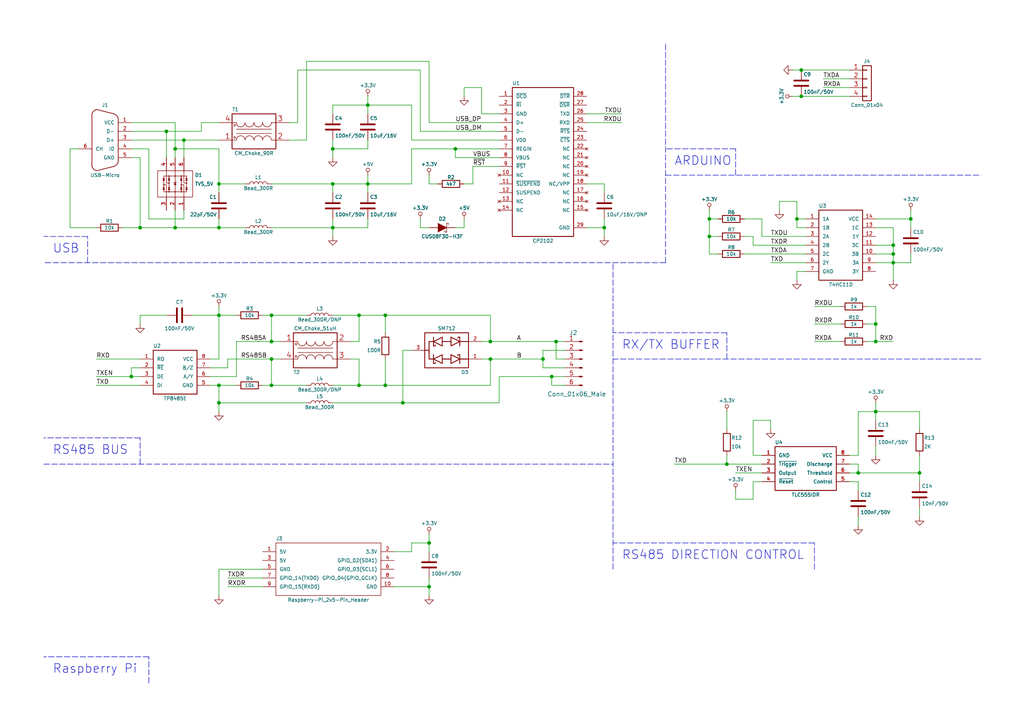
<source format=kicad_sch>
(kicad_sch (version 20211123) (generator eeschema)
  (paper "A4")
  (title_block (title "RS485 Hat") (date "2021-07-08") (rev "1"))
  (lib_symbols
    (symbol "Celebi:+3.3V" (power) (pin_names (offset 0))
      (property "Value" "Celebi_+3.3V" (at 0 3.175 0))
      (symbol "+3.3V_0_0"
        (pin power_in line (at 0 0 180) (length 0) hide (name "+3.3V") (number "1"))
      )
    )
    (symbol "Celebi:+5V" (power) (pin_names (offset 0))
      (property "Value" "Celebi_+5V" (at 0 3.175 0))
      (symbol "+5V_0_0"
        (pin power_in line (at 0 0 180) (length 0) hide (name "+5V") (number "1"))
      )
    )
    (symbol "Celebi:744231091" (pin_names (offset 1.016) hide)
      (property "Reference" "T" (at -6.35 6.35 0))
      (property "Value" "Celebi_744231091" (at 0 -6.35 0))
      (symbol "744231091_1_1"
        (pin passive line (at -10.16 -2.54 0) (length 5.08) (name "1") (number "1"))
        (pin passive line (at 10.16 -2.54 180) (length 5.08) (name "2") (number "2"))
        (pin passive line (at 10.16 2.54 180) (length 5.08) (name "3") (number "3"))
        (pin passive line (at -10.16 2.54 0) (length 5.08) (name "4") (number "4"))
      )
    )
    (symbol "Celebi:74HC11D" (pin_names (offset 1.016))
      (property "Reference" "U" (at -6.35 11.43 0))
      (property "Value" "Celebi_74HC11D" (at 0 -11.43 0))
      (symbol "74HC11D_1_1"
        (pin input line (at -10.16 7.62 0) (length 3.81) (name "1A") (number "1"))
        (pin input line (at 10.16 -2.54 180) (length 3.81) (name "3B") (number "10"))
        (pin input line (at 10.16 0 180) (length 3.81) (name "3C") (number "11"))
        (pin output line (at 10.16 2.54 180) (length 3.81) (name "1Y") (number "12"))
        (pin input line (at 10.16 5.08 180) (length 3.81) (name "1C") (number "13"))
        (pin power_in line (at 10.16 7.62 180) (length 3.81) (name "VCC") (number "14"))
        (pin input line (at -10.16 5.08 0) (length 3.81) (name "1B") (number "2"))
        (pin input line (at -10.16 2.54 0) (length 3.81) (name "2A") (number "3"))
        (pin input line (at -10.16 0 0) (length 3.81) (name "2B") (number "4"))
        (pin input line (at -10.16 -2.54 0) (length 3.81) (name "2C") (number "5"))
        (pin output line (at -10.16 -5.08 0) (length 3.81) (name "2Y") (number "6"))
        (pin power_in line (at -10.16 -7.62 0) (length 3.81) (name "GND") (number "7"))
        (pin output line (at 10.16 -7.62 180) (length 3.81) (name "3Y") (number "8"))
        (pin input line (at 10.16 -5.08 180) (length 3.81) (name "3A") (number "9"))
      )
    )
    (symbol "Celebi:824015" (pin_names (offset 0.0254) hide)
      (property "Reference" "D" (at -3.81 6.35 0))
      (property "Value" "Celebi_824015" (at 0 -6.35 0))
      (symbol "824015_1_1"
        (pin passive line (at -7.62 2.54 0) (length 3.81) (name "IO1") (number "1"))
        (pin power_in line (at -7.62 0 0) (length 3.81) (name "GND") (number "2"))
        (pin passive line (at -7.62 -2.54 0) (length 3.81) (name "IO2") (number "3"))
        (pin passive line (at 7.62 -2.54 180) (length 3.81) (name "IO3") (number "4"))
        (pin power_in line (at 7.62 0 180) (length 3.81) (name "VDD") (number "5"))
        (pin passive line (at 7.62 2.54 180) (length 3.81) (name "IO4") (number "6"))
      )
    )
    (symbol "Celebi:CP2102" (pin_names (offset 1.016))
      (property "Reference" "U" (at -8.89 22.86 0))
      (property "Value" "Celebi_CP2102" (at 0 -22.86 0))
      (symbol "CP2102_1_1"
        (pin input line (at -12.7 19.05 0) (length 3.81) (name "~{DCD}") (number "1"))
        (pin no_connect line (at -12.7 -3.81 0) (length 3.81) (name "NC") (number "10"))
        (pin output line (at -12.7 -6.35 0) (length 3.81) (name "~{SUSPEND}") (number "11"))
        (pin output line (at -12.7 -8.89 0) (length 3.81) (name "SUSPEND") (number "12"))
        (pin no_connect line (at -12.7 -11.43 0) (length 3.81) (name "NC") (number "13"))
        (pin no_connect line (at -12.7 -13.97 0) (length 3.81) (name "NC") (number "14"))
        (pin no_connect line (at 12.7 -13.97 180) (length 3.81) (name "NC") (number "15"))
        (pin no_connect line (at 12.7 -11.43 180) (length 3.81) (name "NC") (number "16"))
        (pin no_connect line (at 12.7 -8.89 180) (length 3.81) (name "NC") (number "17"))
        (pin power_in line (at 12.7 -6.35 180) (length 3.81) (name "NC/VPP") (number "18"))
        (pin no_connect line (at 12.7 -3.81 180) (length 3.81) (name "NC") (number "19"))
        (pin input line (at -12.7 16.51 0) (length 3.81) (name "~{RI}") (number "2"))
        (pin no_connect line (at 12.7 -1.27 180) (length 3.81) (name "NC") (number "20"))
        (pin no_connect line (at 12.7 1.27 180) (length 3.81) (name "NC") (number "21"))
        (pin no_connect line (at 12.7 3.81 180) (length 3.81) (name "NC") (number "22"))
        (pin input line (at 12.7 6.35 180) (length 3.81) (name "~{CTS}") (number "23"))
        (pin output line (at 12.7 8.89 180) (length 3.81) (name "~{RTS}") (number "24"))
        (pin input line (at 12.7 11.43 180) (length 3.81) (name "RXD") (number "25"))
        (pin output line (at 12.7 13.97 180) (length 3.81) (name "TXD") (number "26"))
        (pin input line (at 12.7 16.51 180) (length 3.81) (name "~{DSR}") (number "27"))
        (pin output line (at 12.7 19.05 180) (length 3.81) (name "~{DTR}") (number "28"))
        (pin power_in line (at 12.7 -19.05 180) (length 3.81) (name "GND") (number "29"))
        (pin power_in line (at -12.7 13.97 0) (length 3.81) (name "GND") (number "3"))
        (pin bidirectional line (at -12.7 11.43 0) (length 3.81) (name "D+") (number "4"))
        (pin bidirectional line (at -12.7 8.89 0) (length 3.81) (name "D-") (number "5"))
        (pin power_in line (at -12.7 6.35 0) (length 3.81) (name "VDD") (number "6"))
        (pin power_in line (at -12.7 3.81 0) (length 3.81) (name "REGIN") (number "7"))
        (pin input line (at -12.7 1.27 0) (length 3.81) (name "VBUS") (number "8"))
        (pin open_collector line (at -12.7 -1.27 0) (length 3.81) (name "~{RST}") (number "9"))
      )
    )
    (symbol "Celebi:Choke-CM-CNSW" (pin_names (offset 1.016) hide)
      (property "Reference" "T" (at -6.35 6.35 0))
      (property "Value" "Celebi_Choke-CM-CNSW" (at 0 -6.35 0))
      (symbol "Choke-CM-CNSW_1_1"
        (pin passive line (at -10.16 -2.54 0) (length 5.08) (name "1") (number "1"))
        (pin passive line (at 10.16 -2.54 180) (length 5.08) (name "2") (number "2"))
        (pin passive line (at 10.16 2.54 180) (length 5.08) (name "3") (number "3"))
        (pin passive line (at -10.16 2.54 0) (length 5.08) (name "4") (number "4"))
      )
    )
    (symbol "Celebi:Conn_01x04" (pin_names (offset 1.016) hide)
      (property "Reference" "J" (at 0 6.35 0))
      (property "Value" "Celebi_Conn_01x04" (at 0 -6.35 0))
      (symbol "Conn_01x04_1_1"
        (pin passive line (at -5.08 3.81 0) (length 3.81) (name "Pin_1") (number "1"))
        (pin passive line (at -5.08 1.27 0) (length 3.81) (name "Pin_2") (number "2"))
        (pin passive line (at -5.08 -1.27 0) (length 3.81) (name "Pin_3") (number "3"))
        (pin passive line (at -5.08 -3.81 0) (length 3.81) (name "Pin_4") (number "4"))
      )
    )
    (symbol "Celebi:Diode-Schottky" (pin_numbers hide) (pin_names (offset 1.016) hide)
      (property "Reference" "D" (at 0 2.54 0))
      (property "Value" "Celebi_Diode-Schottky" (at 0 -2.54 0))
      (symbol "Diode-Schottky_1_1"
        (pin passive line (at -3.81 0 0) (length 2.54) (name "A") (number "1"))
        (pin passive line (at 3.81 0 180) (length 2.54) (name "K") (number "2"))
      )
    )
    (symbol "Celebi:GND" (power) (pin_names (offset 0))
      (symbol "GND_1_1"
        (pin power_in line (at 0 0 180) (length 0) hide (name "GND") (number "1"))
      )
    )
    (symbol "Celebi:Raspberry-Pi4_Reverse_10P" (pin_names (offset 1.016))
      (property "Reference" "J" (at -15.24 8.89 0))
      (property "Value" "Celebi_Raspberry-Pi4_Reverse_10P" (at 0 -8.89 0))
      (symbol "Raspberry-Pi4_Reverse_10P_1_1"
        (pin power_in line (at -19.05 5.08 0) (length 3.81) (name "5V") (number "1"))
        (pin power_in line (at 19.05 -5.08 180) (length 3.81) (name "GND") (number "10"))
        (pin power_out line (at 19.05 5.08 180) (length 3.81) (name "3.3V") (number "2"))
        (pin power_in line (at -19.05 2.54 0) (length 3.81) (name "5V") (number "3"))
        (pin bidirectional line (at 19.05 2.54 180) (length 3.81) (name "GPIO_02(SDA1)") (number "4"))
        (pin bidirectional line (at -19.05 0 0) (length 3.81) (name "GND") (number "5"))
        (pin bidirectional line (at 19.05 0 180) (length 3.81) (name "GPIO_03(SCL1)") (number "6"))
        (pin bidirectional line (at -19.05 -2.54 0) (length 3.81) (name "GPIO_14(TXD0)") (number "7"))
        (pin bidirectional line (at 19.05 -2.54 180) (length 3.81) (name "GPIO_04(GPIO_GCLK)") (number "8"))
        (pin bidirectional line (at -19.05 -5.08 0) (length 3.81) (name "GPIO_15(RXD0)") (number "9"))
      )
    )
    (symbol "Celebi:SM712" (pin_names (offset 0.762) hide)
      (property "Reference" "D" (at -6.35 6.35 0))
      (property "Value" "Celebi_SM712" (at 0 -6.35 0))
      (symbol "SM712_0_1"
        (pin passive line (at -10.16 2.54 0) (length 3.81) (name "Anode") (number "1"))
        (pin passive line (at -10.16 -2.54 0) (length 3.81) (name "cathode") (number "2"))
        (pin passive line (at 10.16 0 180) (length 3.81) (name "AK") (number "3"))
      )
    )
    (symbol "Celebi:TLC555" (pin_names (offset 1.016))
      (property "Reference" "U" (at -8.89 7.62 0))
      (property "Value" "Celebi_TLC555" (at 0 -7.62 0))
      (property "Footprint" "Celebi:SOIC8" (at 8.89 7.62 0))
      (symbol "TLC555_1_1"
        (pin power_in line (at -12.7 3.81 0) (length 3.81) (name "GND") (number "1"))
        (pin input line (at -12.7 1.27 0) (length 3.81) (name "~{Trigger}") (number "2"))
        (pin output line (at -12.7 -1.27 0) (length 3.81) (name "Output") (number "3"))
        (pin input line (at -12.7 -3.81 0) (length 3.81) (name "~{Reset}") (number "4"))
        (pin input line (at 12.7 -3.81 180) (length 3.81) (name "Control") (number "5"))
        (pin input line (at 12.7 -1.27 180) (length 3.81) (name "Threshold") (number "6"))
        (pin output line (at 12.7 1.27 180) (length 3.81) (name "Discharge") (number "7"))
        (pin power_in line (at 12.7 3.81 180) (length 3.81) (name "VCC") (number "8"))
      )
    )
    (symbol "Celebi:TP8485E" (pin_names (offset 1.016))
      (property "Reference" "U" (at -6.35 7.62 0))
      (property "Value" "Celebi_TP8485E" (at 0 -7.62 0))
      (symbol "TP8485E_1_1"
        (pin output line (at -10.16 3.81 0) (length 3.81) (name "RO") (number "1"))
        (pin input line (at -10.16 1.27 0) (length 3.81) (name "~{RE}") (number "2"))
        (pin input line (at -10.16 -1.27 0) (length 3.81) (name "DE") (number "3"))
        (pin input line (at -10.16 -3.81 0) (length 3.81) (name "DI") (number "4"))
        (pin power_in line (at 10.16 -3.81 180) (length 3.81) (name "GND") (number "5"))
        (pin bidirectional line (at 10.16 -1.27 180) (length 3.81) (name "A/Y") (number "6"))
        (pin bidirectional line (at 10.16 1.27 180) (length 3.81) (name "B/Z") (number "7"))
        (pin power_in line (at 10.16 3.81 180) (length 3.81) (name "VCC") (number "8"))
      )
    )
    (symbol "Celebi:USB-Micro" (pin_names (offset 1.016))
      (property "Reference" "J" (at 0 10.16 0))
      (property "Value" "Celebi_USB-Micro" (at 0 -10.16 0))
      (symbol "USB-Micro_1_1"
        (pin passive line (at -7.62 5.08 0) (length 3.81) (name "VCC") (number "1"))
        (pin passive line (at -7.62 2.54 0) (length 3.81) (name "D-") (number "2"))
        (pin passive line (at -7.62 0 0) (length 3.81) (name "D+") (number "3"))
        (pin passive line (at -7.62 -2.54 0) (length 3.81) (name "ID") (number "4"))
        (pin passive line (at -7.62 -5.08 0) (length 3.81) (name "GND") (number "5"))
        (pin passive line (at 7.62 -2.54 180) (length 3.81) (name "CH") (number "6"))
      )
    )
    (symbol "Celebi:capacitor" (pin_numbers hide) (pin_names (offset 1.016))
      (property "Reference" "C" (at 0 3.175 0))
      (property "Value" "Celebi_capacitor" (at 0 -3.175 0))
      (symbol "capacitor_1_1"
        (pin passive line (at -3.81 0 0) (length 2.794) (name "~") (number "1"))
        (pin passive line (at 3.81 0 180) (length 2.794) (name "~") (number "2"))
      )
    )
    (symbol "Celebi:inductor" (pin_numbers hide) (pin_names (offset 1.016) hide)
      (property "Reference" "L" (at 0 1.905 0))
      (property "Value" "Celebi_inductor" (at 0 -1.27 0))
      (symbol "inductor_1_1"
        (pin passive line (at -3.81 0 0) (length 1.27) (name "1") (number "1"))
        (pin passive line (at 3.81 0 180) (length 1.27) (name "2") (number "2"))
      )
    )
    (symbol "Celebi:resistor" (pin_numbers hide) (pin_names (offset 0))
      (property "Reference" "R" (at 0 1.905 0))
      (property "Value" "Celebi_resistor" (at 0 0 0))
      (symbol "resistor_1_1"
        (pin passive line (at -3.81 0 0) (length 1.27) (name "~") (number "1"))
        (pin passive line (at 3.81 0 180) (length 1.27) (name "~") (number "2"))
      )
    )
    (symbol "Connector:Conn_01x06_Male" (pin_names (offset 1.016) hide)
      (property "Reference" "J" (at 0 7.62 0))
      (property "Value" "Conn_01x06_Male" (at 0 -10.16 0))
      (symbol "Conn_01x06_Male_1_1"
        (pin passive line (at 5.08 5.08 180) (length 3.81) (name "Pin_1") (number "1"))
        (pin passive line (at 5.08 2.54 180) (length 3.81) (name "Pin_2") (number "2"))
        (pin passive line (at 5.08 0 180) (length 3.81) (name "Pin_3") (number "3"))
        (pin passive line (at 5.08 -2.54 180) (length 3.81) (name "Pin_4") (number "4"))
        (pin passive line (at 5.08 -5.08 180) (length 3.81) (name "Pin_5") (number "5"))
        (pin passive line (at 5.08 -7.62 180) (length 3.81) (name "Pin_6") (number "6"))
      )
    )
  )
  (junction (at 210.82 134.62))
  (junction (at 254 99.06))
  (junction (at 205.74 63.5))
  (junction (at 63.5 53.34))
  (junction (at 63.5 91.44))
  (junction (at 116.84 116.84))
  (junction (at 124.46 157.48))
  (junction (at 142.24 99.06))
  (junction (at 157.48 104.14))
  (junction (at 106.68 53.34))
  (junction (at 63.5 111.76))
  (junction (at 78.74 91.44))
  (junction (at 248.92 137.16))
  (junction (at 96.52 66.04))
  (junction (at 259.08 73.66))
  (junction (at 104.14 91.44))
  (junction (at 160.02 109.22))
  (junction (at 205.74 68.58))
  (junction (at 266.7 137.16))
  (junction (at 78.74 99.06))
  (junction (at 50.8 43.18))
  (junction (at 264.16 63.5))
  (junction (at 40.64 66.04))
  (junction (at 254 93.98))
  (junction (at 259.08 76.2))
  (junction (at 259.08 71.12))
  (junction (at 232.41 27.94))
  (junction (at 96.52 53.34))
  (junction (at 106.68 30.48))
  (junction (at 161.29 99.06))
  (junction (at 232.41 20.32))
  (junction (at 124.46 170.18))
  (junction (at 53.34 40.64))
  (junction (at 38.1 109.22))
  (junction (at 48.26 38.1))
  (junction (at 111.76 111.76))
  (junction (at 142.24 104.14))
  (junction (at 50.8 66.04))
  (junction (at 104.14 111.76))
  (junction (at 63.5 116.84))
  (junction (at 78.74 104.14))
  (junction (at 175.26 66.04))
  (junction (at 96.52 43.18))
  (junction (at 132.08 43.18))
  (junction (at 254 119.38))
  (junction (at 231.14 63.5))
  (junction (at 63.5 66.04))
  (junction (at 78.74 111.76))
  (junction (at 111.76 91.44))
  (wire (pts (xy 20.32 43.18) (xy 20.32 66.04)))
  (wire (pts (xy 124.46 35.56) (xy 124.46 17.78)))
  (wire (pts (xy 124.46 167.64) (xy 124.46 170.18)))
  (wire (pts (xy 96.52 43.18) (xy 96.52 45.72)))
  (wire (pts (xy 96.52 111.76) (xy 104.14 111.76)))
  (wire (pts (xy 63.5 104.14) (xy 60.96 104.14)))
  (wire (pts (xy 63.5 91.44) (xy 68.58 91.44)))
  (wire (pts (xy 163.83 106.68) (xy 157.48 106.68)))
  (polyline (pts (xy 213.36 50.8) (xy 213.36 43.18)))
  (wire (pts (xy 142.24 99.06) (xy 142.24 91.44)))
  (wire (pts (xy 205.74 73.66) (xy 208.28 73.66)))
  (wire (pts (xy 60.96 109.22) (xy 68.58 109.22)))
  (wire (pts (xy 96.52 30.48) (xy 106.68 30.48)))
  (wire (pts (xy 259.08 99.06) (xy 254 99.06)))
  (wire (pts (xy 236.22 99.06) (xy 243.84 99.06)))
  (wire (pts (xy 55.88 91.44) (xy 63.5 91.44)))
  (wire (pts (xy 175.26 66.04) (xy 175.26 63.5)))
  (wire (pts (xy 132.08 45.72) (xy 132.08 43.18)))
  (wire (pts (xy 236.22 93.98) (xy 243.84 93.98)))
  (wire (pts (xy 66.04 167.64) (xy 76.2 167.64)))
  (wire (pts (xy 236.22 88.9) (xy 243.84 88.9)))
  (wire (pts (xy 218.44 68.58) (xy 218.44 71.12)))
  (wire (pts (xy 43.18 43.18) (xy 43.18 63.5)))
  (polyline (pts (xy 12.7 134.62) (xy 177.8 134.62)))
  (wire (pts (xy 96.52 33.02) (xy 96.52 30.48)))
  (wire (pts (xy 124.46 50.8) (xy 124.46 53.34)))
  (polyline (pts (xy 25.4 68.58) (xy 12.7 68.58)))
  (wire (pts (xy 226.06 58.42) (xy 226.06 60.96)))
  (wire (pts (xy 68.58 109.22) (xy 68.58 99.06)))
  (wire (pts (xy 96.52 40.64) (xy 96.52 43.18)))
  (wire (pts (xy 231.14 78.74) (xy 233.68 78.74)))
  (wire (pts (xy 266.7 137.16) (xy 266.7 139.7)))
  (wire (pts (xy 48.26 91.44) (xy 40.64 91.44)))
  (wire (pts (xy 139.7 25.4) (xy 134.62 25.4)))
  (wire (pts (xy 254 93.98) (xy 254 88.9)))
  (wire (pts (xy 121.92 20.32) (xy 121.92 38.1)))
  (wire (pts (xy 63.5 53.34) (xy 63.5 55.88)))
  (wire (pts (xy 116.84 116.84) (xy 144.78 116.84)))
  (wire (pts (xy 248.92 134.62) (xy 248.92 137.16)))
  (wire (pts (xy 223.52 121.92) (xy 223.52 124.46)))
  (wire (pts (xy 213.36 144.78) (xy 218.44 144.78)))
  (wire (pts (xy 121.92 66.04) (xy 124.46 66.04)))
  (wire (pts (xy 119.38 40.64) (xy 144.78 40.64)))
  (wire (pts (xy 220.98 63.5) (xy 215.9 63.5)))
  (wire (pts (xy 254 116.84) (xy 254 119.38)))
  (wire (pts (xy 163.83 111.76) (xy 160.02 111.76)))
  (wire (pts (xy 259.08 66.04) (xy 254 66.04)))
  (wire (pts (xy 254 119.38) (xy 266.7 119.38)))
  (wire (pts (xy 144.78 33.02) (xy 139.7 33.02)))
  (wire (pts (xy 119.38 160.02) (xy 114.3 160.02)))
  (wire (pts (xy 76.2 165.1) (xy 63.5 165.1)))
  (wire (pts (xy 215.9 73.66) (xy 233.68 73.66)))
  (wire (pts (xy 88.9 40.64) (xy 83.82 40.64)))
  (wire (pts (xy 63.5 63.5) (xy 63.5 66.04)))
  (wire (pts (xy 218.44 71.12) (xy 233.68 71.12)))
  (wire (pts (xy 111.76 111.76) (xy 111.76 104.14)))
  (wire (pts (xy 106.68 53.34) (xy 106.68 55.88)))
  (wire (pts (xy 116.84 101.6) (xy 116.84 116.84)))
  (wire (pts (xy 106.68 53.34) (xy 96.52 53.34)))
  (wire (pts (xy 142.24 111.76) (xy 142.24 104.14)))
  (polyline (pts (xy 193.04 76.2) (xy 12.7 76.2)))
  (wire (pts (xy 20.32 66.04) (xy 27.94 66.04)))
  (wire (pts (xy 218.44 121.92) (xy 223.52 121.92)))
  (wire (pts (xy 142.24 99.06) (xy 161.29 99.06)))
  (polyline (pts (xy 43.18 198.12) (xy 43.18 190.5)))
  (wire (pts (xy 231.14 63.5) (xy 233.68 63.5)))
  (wire (pts (xy 137.16 53.34) (xy 134.62 53.34)))
  (wire (pts (xy 251.46 99.06) (xy 254 99.06)))
  (wire (pts (xy 180.34 35.56) (xy 170.18 35.56)))
  (wire (pts (xy 144.78 116.84) (xy 144.78 109.22)))
  (wire (pts (xy 40.64 45.72) (xy 38.1 45.72)))
  (polyline (pts (xy 193.04 76.2) (xy 193.04 12.7)))
  (wire (pts (xy 63.5 111.76) (xy 63.5 116.84)))
  (wire (pts (xy 205.74 63.5) (xy 205.74 68.58)))
  (wire (pts (xy 144.78 43.18) (xy 132.08 43.18)))
  (wire (pts (xy 50.8 35.56) (xy 38.1 35.56)))
  (wire (pts (xy 215.9 68.58) (xy 218.44 68.58)))
  (wire (pts (xy 238.76 25.4) (xy 246.38 25.4)))
  (wire (pts (xy 144.78 35.56) (xy 124.46 35.56)))
  (wire (pts (xy 132.08 66.04) (xy 134.62 66.04)))
  (wire (pts (xy 124.46 154.94) (xy 124.46 157.48)))
  (wire (pts (xy 254 129.54) (xy 254 132.08)))
  (wire (pts (xy 246.38 134.62) (xy 248.92 134.62)))
  (wire (pts (xy 248.92 119.38) (xy 248.92 132.08)))
  (wire (pts (xy 266.7 119.38) (xy 266.7 124.46)))
  (wire (pts (xy 78.74 91.44) (xy 88.9 91.44)))
  (wire (pts (xy 161.29 104.14) (xy 161.29 99.06)))
  (wire (pts (xy 124.46 17.78) (xy 88.9 17.78)))
  (wire (pts (xy 66.04 170.18) (xy 76.2 170.18)))
  (wire (pts (xy 208.28 63.5) (xy 205.74 63.5)))
  (wire (pts (xy 58.42 38.1) (xy 58.42 35.56)))
  (wire (pts (xy 248.92 137.16) (xy 266.7 137.16)))
  (wire (pts (xy 231.14 63.5) (xy 231.14 58.42)))
  (wire (pts (xy 218.44 132.08) (xy 218.44 121.92)))
  (wire (pts (xy 71.12 66.04) (xy 63.5 66.04)))
  (wire (pts (xy 229.87 20.32) (xy 232.41 20.32)))
  (wire (pts (xy 208.28 68.58) (xy 205.74 68.58)))
  (wire (pts (xy 233.68 66.04) (xy 231.14 66.04)))
  (wire (pts (xy 231.14 66.04) (xy 231.14 63.5)))
  (wire (pts (xy 106.68 30.48) (xy 106.68 33.02)))
  (polyline (pts (xy 210.82 96.52) (xy 177.8 96.52)))
  (wire (pts (xy 160.02 109.22) (xy 163.83 109.22)))
  (wire (pts (xy 124.46 157.48) (xy 119.38 157.48)))
  (wire (pts (xy 63.5 43.18) (xy 63.5 53.34)))
  (wire (pts (xy 170.18 53.34) (xy 175.26 53.34)))
  (wire (pts (xy 259.08 73.66) (xy 259.08 71.12)))
  (wire (pts (xy 259.08 71.12) (xy 259.08 66.04)))
  (wire (pts (xy 111.76 91.44) (xy 142.24 91.44)))
  (wire (pts (xy 111.76 111.76) (xy 142.24 111.76)))
  (wire (pts (xy 38.1 109.22) (xy 40.64 109.22)))
  (wire (pts (xy 27.94 104.14) (xy 40.64 104.14)))
  (wire (pts (xy 78.74 104.14) (xy 81.28 104.14)))
  (wire (pts (xy 96.52 66.04) (xy 96.52 68.58)))
  (wire (pts (xy 180.34 33.02) (xy 170.18 33.02)))
  (wire (pts (xy 40.64 66.04) (xy 40.64 45.72)))
  (wire (pts (xy 121.92 63.5) (xy 121.92 66.04)))
  (wire (pts (xy 106.68 43.18) (xy 106.68 40.64)))
  (wire (pts (xy 53.34 63.5) (xy 53.34 60.96)))
  (wire (pts (xy 78.74 104.14) (xy 78.74 111.76)))
  (polyline (pts (xy 236.22 165.1) (xy 236.22 157.48)))
  (wire (pts (xy 161.29 99.06) (xy 163.83 99.06)))
  (wire (pts (xy 246.38 137.16) (xy 248.92 137.16)))
  (wire (pts (xy 38.1 109.22) (xy 38.1 106.68)))
  (wire (pts (xy 134.62 25.4) (xy 134.62 27.94)))
  (wire (pts (xy 210.82 119.38) (xy 210.82 124.46)))
  (wire (pts (xy 22.86 43.18) (xy 20.32 43.18)))
  (wire (pts (xy 63.5 66.04) (xy 50.8 66.04)))
  (wire (pts (xy 66.04 104.14) (xy 78.74 104.14)))
  (wire (pts (xy 48.26 38.1) (xy 58.42 38.1)))
  (polyline (pts (xy 213.36 43.18) (xy 193.04 43.18)))
  (wire (pts (xy 248.92 132.08) (xy 246.38 132.08)))
  (wire (pts (xy 96.52 43.18) (xy 106.68 43.18)))
  (wire (pts (xy 139.7 104.14) (xy 142.24 104.14)))
  (wire (pts (xy 134.62 66.04) (xy 134.62 63.5)))
  (wire (pts (xy 104.14 91.44) (xy 104.14 99.06)))
  (polyline (pts (xy 177.8 165.1) (xy 177.8 76.2)))
  (wire (pts (xy 104.14 99.06) (xy 101.6 99.06)))
  (wire (pts (xy 124.46 157.48) (xy 124.46 160.02)))
  (wire (pts (xy 63.5 165.1) (xy 63.5 172.72)))
  (wire (pts (xy 259.08 76.2) (xy 259.08 73.66)))
  (wire (pts (xy 53.34 40.64) (xy 63.5 40.64)))
  (wire (pts (xy 38.1 40.64) (xy 53.34 40.64)))
  (wire (pts (xy 231.14 81.28) (xy 231.14 78.74)))
  (polyline (pts (xy 193.04 50.8) (xy 284.48 50.8)))
  (wire (pts (xy 43.18 63.5) (xy 53.34 63.5)))
  (wire (pts (xy 78.74 111.76) (xy 88.9 111.76)))
  (wire (pts (xy 248.92 149.86) (xy 248.92 152.4)))
  (polyline (pts (xy 25.4 76.2) (xy 25.4 68.58)))
  (wire (pts (xy 104.14 111.76) (xy 111.76 111.76)))
  (wire (pts (xy 144.78 109.22) (xy 160.02 109.22)))
  (wire (pts (xy 231.14 58.42) (xy 226.06 58.42)))
  (wire (pts (xy 137.16 48.26) (xy 144.78 48.26)))
  (wire (pts (xy 38.1 43.18) (xy 43.18 43.18)))
  (polyline (pts (xy 40.64 127) (xy 12.7 127)))
  (wire (pts (xy 121.92 38.1) (xy 144.78 38.1)))
  (wire (pts (xy 96.52 63.5) (xy 96.52 66.04)))
  (wire (pts (xy 264.16 76.2) (xy 259.08 76.2)))
  (wire (pts (xy 106.68 30.48) (xy 119.38 30.48)))
  (wire (pts (xy 63.5 116.84) (xy 63.5 119.38)))
  (wire (pts (xy 78.74 99.06) (xy 81.28 99.06)))
  (wire (pts (xy 254 119.38) (xy 254 121.92)))
  (polyline (pts (xy 210.82 104.14) (xy 210.82 96.52)))
  (wire (pts (xy 50.8 43.18) (xy 63.5 43.18)))
  (polyline (pts (xy 43.18 190.5) (xy 12.7 190.5)))
  (wire (pts (xy 76.2 111.76) (xy 78.74 111.76)))
  (wire (pts (xy 218.44 132.08) (xy 220.98 132.08)))
  (wire (pts (xy 248.92 142.24) (xy 248.92 139.7)))
  (wire (pts (xy 96.52 116.84) (xy 116.84 116.84)))
  (wire (pts (xy 264.16 73.66) (xy 264.16 76.2)))
  (polyline (pts (xy 40.64 134.62) (xy 40.64 127)))
  (wire (pts (xy 111.76 91.44) (xy 111.76 96.52)))
  (polyline (pts (xy 236.22 157.48) (xy 177.8 157.48)))
  (wire (pts (xy 254 71.12) (xy 259.08 71.12)))
  (wire (pts (xy 175.26 68.58) (xy 175.26 66.04)))
  (wire (pts (xy 66.04 106.68) (xy 66.04 104.14)))
  (wire (pts (xy 232.41 27.94) (xy 229.87 27.94)))
  (wire (pts (xy 63.5 116.84) (xy 88.9 116.84)))
  (wire (pts (xy 119.38 53.34) (xy 119.38 43.18)))
  (wire (pts (xy 27.94 109.22) (xy 38.1 109.22)))
  (wire (pts (xy 76.2 91.44) (xy 78.74 91.44)))
  (wire (pts (xy 213.36 142.24) (xy 213.36 144.78)))
  (wire (pts (xy 170.18 66.04) (xy 175.26 66.04)))
  (wire (pts (xy 119.38 43.18) (xy 132.08 43.18)))
  (wire (pts (xy 264.16 60.96) (xy 264.16 63.5)))
  (wire (pts (xy 60.96 111.76) (xy 63.5 111.76)))
  (wire (pts (xy 157.48 106.68) (xy 157.48 104.14)))
  (wire (pts (xy 124.46 170.18) (xy 124.46 172.72)))
  (wire (pts (xy 139.7 33.02) (xy 139.7 25.4)))
  (wire (pts (xy 254 99.06) (xy 254 93.98)))
  (wire (pts (xy 96.52 53.34) (xy 78.74 53.34)))
  (wire (pts (xy 58.42 35.56) (xy 63.5 35.56)))
  (wire (pts (xy 266.7 147.32) (xy 266.7 149.86)))
  (wire (pts (xy 175.26 53.34) (xy 175.26 55.88)))
  (wire (pts (xy 38.1 38.1) (xy 48.26 38.1)))
  (wire (pts (xy 63.5 88.9) (xy 63.5 91.44)))
  (wire (pts (xy 137.16 48.26) (xy 137.16 53.34)))
  (wire (pts (xy 266.7 132.08) (xy 266.7 137.16)))
  (wire (pts (xy 205.74 68.58) (xy 205.74 73.66)))
  (wire (pts (xy 119.38 30.48) (xy 119.38 40.64)))
  (wire (pts (xy 40.64 111.76) (xy 27.94 111.76)))
  (wire (pts (xy 60.96 106.68) (xy 66.04 106.68)))
  (wire (pts (xy 142.24 104.14) (xy 157.48 104.14)))
  (wire (pts (xy 63.5 53.34) (xy 71.12 53.34)))
  (wire (pts (xy 78.74 91.44) (xy 78.74 99.06)))
  (wire (pts (xy 205.74 60.96) (xy 205.74 63.5)))
  (wire (pts (xy 96.52 55.88) (xy 96.52 53.34)))
  (wire (pts (xy 88.9 17.78) (xy 88.9 40.64)))
  (wire (pts (xy 232.41 27.94) (xy 246.38 27.94)))
  (wire (pts (xy 220.98 137.16) (xy 213.36 137.16)))
  (polyline (pts (xy 284.48 104.14) (xy 177.8 104.14)))
  (wire (pts (xy 104.14 104.14) (xy 104.14 111.76)))
  (wire (pts (xy 160.02 111.76) (xy 160.02 109.22)))
  (wire (pts (xy 50.8 35.56) (xy 50.8 43.18)))
  (wire (pts (xy 114.3 170.18) (xy 124.46 170.18)))
  (wire (pts (xy 248.92 119.38) (xy 254 119.38)))
  (wire (pts (xy 104.14 91.44) (xy 111.76 91.44)))
  (wire (pts (xy 248.92 139.7) (xy 246.38 139.7)))
  (wire (pts (xy 116.84 101.6) (xy 119.38 101.6)))
  (wire (pts (xy 195.58 134.62) (xy 210.82 134.62)))
  (wire (pts (xy 48.26 38.1) (xy 48.26 45.72)))
  (wire (pts (xy 124.46 53.34) (xy 127 53.34)))
  (wire (pts (xy 106.68 27.94) (xy 106.68 30.48)))
  (wire (pts (xy 35.56 66.04) (xy 40.64 66.04)))
  (wire (pts (xy 53.34 40.64) (xy 53.34 45.72)))
  (wire (pts (xy 106.68 50.8) (xy 106.68 53.34)))
  (wire (pts (xy 254 73.66) (xy 259.08 73.66)))
  (wire (pts (xy 40.64 91.44) (xy 40.64 93.98)))
  (wire (pts (xy 96.52 91.44) (xy 104.14 91.44)))
  (wire (pts (xy 106.68 63.5) (xy 106.68 66.04)))
  (wire (pts (xy 139.7 99.06) (xy 142.24 99.06)))
  (wire (pts (xy 78.74 66.04) (xy 96.52 66.04)))
  (wire (pts (xy 68.58 99.06) (xy 78.74 99.06)))
  (wire (pts (xy 163.83 101.6) (xy 157.48 101.6)))
  (wire (pts (xy 259.08 81.28) (xy 259.08 76.2)))
  (wire (pts (xy 106.68 53.34) (xy 119.38 53.34)))
  (wire (pts (xy 63.5 111.76) (xy 68.58 111.76)))
  (wire (pts (xy 83.82 35.56) (xy 86.36 35.56)))
  (wire (pts (xy 50.8 66.04) (xy 40.64 66.04)))
  (wire (pts (xy 157.48 101.6) (xy 157.48 104.14)))
  (wire (pts (xy 220.98 139.7) (xy 218.44 139.7)))
  (wire (pts (xy 50.8 45.72) (xy 50.8 43.18)))
  (wire (pts (xy 223.52 76.2) (xy 233.68 76.2)))
  (wire (pts (xy 210.82 132.08) (xy 210.82 134.62)))
  (wire (pts (xy 163.83 104.14) (xy 161.29 104.14)))
  (wire (pts (xy 251.46 93.98) (xy 254 93.98)))
  (wire (pts (xy 264.16 63.5) (xy 254 63.5)))
  (wire (pts (xy 254 76.2) (xy 259.08 76.2)))
  (wire (pts (xy 50.8 66.04) (xy 50.8 60.96)))
  (wire (pts (xy 63.5 91.44) (xy 63.5 104.14)))
  (wire (pts (xy 254 88.9) (xy 251.46 88.9)))
  (wire (pts (xy 220.98 68.58) (xy 220.98 63.5)))
  (wire (pts (xy 38.1 106.68) (xy 40.64 106.68)))
  (wire (pts (xy 132.08 45.72) (xy 144.78 45.72)))
  (wire (pts (xy 210.82 134.62) (xy 220.98 134.62)))
  (wire (pts (xy 264.16 63.5) (xy 264.16 66.04)))
  (wire (pts (xy 86.36 20.32) (xy 121.92 20.32)))
  (wire (pts (xy 232.41 20.32) (xy 246.38 20.32)))
  (wire (pts (xy 106.68 66.04) (xy 96.52 66.04)))
  (wire (pts (xy 119.38 157.48) (xy 119.38 160.02)))
  (wire (pts (xy 86.36 35.56) (xy 86.36 20.32)))
  (wire (pts (xy 238.76 22.86) (xy 246.38 22.86)))
  (wire (pts (xy 218.44 144.78) (xy 218.44 139.7)))
  (wire (pts (xy 101.6 104.14) (xy 104.14 104.14)))
  (wire (pts (xy 220.98 68.58) (xy 233.68 68.58)))
  (text "Raspberry Pi" (at 15.24 195.58 0) (effects (font (size 2.54 2.54)) (justify left bottom)))
  (text "RS485 BUS" (at 15.24 132.08 0) (effects (font (size 2.54 2.54)) (justify left bottom)))
  (text "ARDUINO" (at 195.58 48.26 0) (effects (font (size 2.54 2.54)) (justify left bottom)))
  (text "RX/TX BUFFER" (at 180.34 101.6 0) (effects (font (size 2.54 2.54)) (justify left bottom)))
  (text "USB" (at 15.24 73.66 0) (effects (font (size 2.54 2.54)) (justify left bottom)))
  (text "RS485 DIRECTION CONTROL" (at 180.34 162.56 0) (effects (font (size 2.54 2.54)) (justify left bottom)))
  (label "TXDU" (at 180.34 33.02 180))
  (label "RXD" (at 259.08 99.06 180))
  (label "RS485B" (at 69.85 104.14 0))
  (label "USB_DP" (at 132.08 35.56 0))
  (label "B" (at 149.86 104.14 0))
  (label "RXDR" (at 236.22 93.98 0))
  (label "VBUS" (at 137.16 45.72 0))
  (label "TXEN" (at 27.94 109.22 0))
  (label "RXDA" (at 236.22 99.06 0))
  (label "A" (at 149.86 99.06 0))
  (label "TXD" (at 223.52 76.2 0))
  (label "RXDA" (at 238.76 25.4 0))
  (label "RS485A" (at 69.85 99.06 0))
  (label "TXDA" (at 223.52 73.66 0))
  (label "RXD" (at 27.94 104.14 0))
  (label "TXDA" (at 238.76 22.86 0))
  (label "~{RST}" (at 137.16 48.26 0))
  (label "TXD" (at 27.94 111.76 0))
  (label "RXDR" (at 66.04 170.18 0))
  (label "TXDU" (at 223.52 68.58 0))
  (label "TXDR" (at 66.04 167.64 0))
  (label "TXDR" (at 223.52 71.12 0))
  (label "RXDU" (at 236.22 88.9 0))
  (label "TXD" (at 195.58 134.62 0))
  (label "TXEN" (at 213.36 137.16 0))
  (label "USB_DM" (at 132.08 38.1 0))
  (label "RXDU" (at 180.34 35.56 180))
  (symbol (lib_id "Celebi:capacitor") (at 52.07 91.44 0) (unit 1)
    (property "Reference" "C7" (at 52.07 87.63 0) (effects (font (size 1.016 1.016))))
    (property "Value" "100nF/50V" (at 52.07 95.25 0) (effects (font (size 1.016 1.016))))
    (property "Footprint" "Celebi:SM0603C" (effects hide))
    (property "Tolerance" "10%" (effects hide))
    (property "Power" "_" (effects hide))
    (property "Manufacturer" "Samsung" (effects hide))
    (property "PartNumber" "CL10B104KB8WPNC" (effects hide))
    (property "Digikey" "1276-6854-1-ND" (effects hide))
    (property "LCSC" "C307348" (effects hide))
  )
  (symbol (lib_id "Celebi:TP8485E") (at 50.8 107.95 0) (unit 1)
    (property "Reference" "U2" (at 44.45 100.33 0) (effects (font (size 1.016 1.016)) (justify left)))
    (property "Value" "TP8485E" (at 50.8 115.57 0) (effects (font (size 1.016 1.016))))
    (property "Footprint" "Celebi:SO8_4x5_P1.27mm" (effects hide))
    (property "Tolerance" "_" (effects hide))
    (property "Power" "_" (effects hide))
    (property "Manufacturer" "3Peak" (effects hide))
    (property "PartNumber" "TP8485E-SR" (effects hide))
    (property "Digikey" "!MAX485ESA+TCT-ND" (effects hide))
    (property "LCSC" "C94206" (effects hide))
  )
  (symbol (lib_id "Celebi:GND") (at 63.5 119.38 0) (unit 1)
    (property "Reference" "#PWR019" (effects hide))
    (property "Value" "GND" (effects hide))
  )
  (symbol (lib_id "Celebi:resistor") (at 72.39 91.44 0) (unit 1)
    (property "Reference" "R3" (at 72.39 89.535 0) (effects (font (size 1.016 1.016))))
    (property "Value" "10k" (at 72.39 91.44 0) (effects (font (size 1.016 1.016))))
    (property "Footprint" "Celebi:SM0603" (effects hide))
    (property "Tolerance" "1%" (effects hide))
    (property "Power" "1/10W" (effects hide))
    (property "Manufacturer" "Yageo" (effects hide))
    (property "PartNumber" "RC0603FR-0710KL" (effects hide))
    (property "Digikey" "311-10.0KHRCT-ND" (effects hide))
    (property "LCSC" "C98220" (effects hide))
  )
  (symbol (lib_id "Celebi:resistor") (at 72.39 111.76 0) (unit 1)
    (property "Reference" "R4" (at 72.39 109.855 0) (effects (font (size 1.016 1.016))))
    (property "Value" "10k" (at 72.39 111.76 0) (effects (font (size 1.016 1.016))))
    (property "Footprint" "Celebi:SM0603" (effects hide))
    (property "Tolerance" "1%" (effects hide))
    (property "Power" "1/10W" (effects hide))
    (property "Manufacturer" "Yageo" (effects hide))
    (property "PartNumber" "RC0603FR-0710KL" (effects hide))
    (property "Digikey" "311-10.0KHRCT-ND" (effects hide))
    (property "LCSC" "C98220" (effects hide))
  )
  (symbol (lib_id "Celebi:+5V") (at 106.68 50.8 0) (unit 1)
    (property "Reference" "#PWR017" (effects hide))
    (property "Value" "+5V" (at 106.68 47.625 0) (effects (font (size 1.016 1.016))))
  )
  (symbol (lib_id "Celebi:GND") (at 40.64 93.98 0) (unit 1)
    (property "Reference" "#PWR018" (effects hide))
    (property "Value" "GND" (effects hide))
  )
  (symbol (lib_id "Celebi:Choke-CM-CNSW") (at 91.44 101.6 0) (mirror x) (unit 1)
    (property "Reference" "T2" (at 85.09 107.95 0) (effects (font (size 1.016 1.016)) (justify left)))
    (property "Value" "CM_Choke_51uH" (at 91.44 95.25 0) (effects (font (size 1.016 1.016))))
    (property "Footprint" "Celebi:tr-smd-WE-CNSW_1812" (effects hide))
    (property "Tolerance" "_" (effects hide))
    (property "Power" "0.23A" (effects hide))
    (property "Manufacturer" "Sunlord" (effects hide))
    (property "PartNumber" "ACW4532B-2-510TF" (effects hide))
    (property "Digikey" "!732-7290-1-ND" (effects hide))
    (property "LCSC" "C369764" (effects hide))
  )
  (symbol (lib_id "Celebi:resistor") (at 111.76 100.33 90) (mirror x) (unit 1)
    (property "Reference" "R5" (at 110.49 99.06 90) (effects (font (size 1.016 1.016)) (justify left)))
    (property "Value" "100R" (at 110.49 101.6 90) (effects (font (size 1.016 1.016)) (justify left)))
    (property "Footprint" "Celebi:SM0603" (effects hide))
    (property "Tolerance" "1%" (effects hide))
    (property "Power" "1/10W" (effects hide))
    (property "Manufacturer" "Yageo" (effects hide))
    (property "PartNumber" "RC0603FR-07100RL" (effects hide))
    (property "Digikey" "311-100HRCT-ND" (effects hide))
    (property "LCSC" "C105588" (effects hide))
  )
  (symbol (lib_id "Celebi:SM712") (at 129.54 101.6 180) (unit 1)
    (property "Reference" "D3" (at 135.89 107.95 0) (effects (font (size 1.016 1.016)) (justify left)))
    (property "Value" "SM712" (at 129.54 95.25 0) (effects (font (size 1.016 1.016))))
    (property "Footprint" "Celebi:SOT23-3" (effects hide))
    (property "Tolerance" "_" (effects hide))
    (property "Power" "400W" (effects hide))
    (property "Manufacturer" "DOWO" (effects hide))
    (property "PartNumber" "SM712" (effects hide))
    (property "Digikey" "!F6450CT-ND" (effects hide))
    (property "LCSC" "C293966" (effects hide))
  )
  (symbol (lib_id "Celebi:inductor") (at 92.71 91.44 0) (unit 1)
    (property "Reference" "L3" (at 92.71 89.535 0) (effects (font (size 1.016 1.016))))
    (property "Value" "Bead_300R/DNP" (at 92.71 92.71 0) (effects (font (size 1.016 1.016))))
    (property "Footprint" "Celebi:SM0603L" (effects hide))
    (property "Tolerance" "25%" (effects hide))
    (property "Power" "1.5A" (effects hide))
    (property "Manufacturer" "Guangdong_Fenghua_Advanced_Tech" (effects hide))
    (property "PartNumber" "CBM160808U301T" (effects hide))
    (property "Digikey" "!732-1592-1-ND" (effects hide))
    (property "LCSC" "C139165" (effects hide))
  )
  (symbol (lib_id "Celebi:inductor") (at 92.71 111.76 0) (unit 1)
    (property "Reference" "L4" (at 92.71 109.855 0) (effects (font (size 1.016 1.016))))
    (property "Value" "Bead_300R/DNP" (at 92.71 113.03 0) (effects (font (size 1.016 1.016))))
    (property "Footprint" "Celebi:SM0603L" (effects hide))
    (property "Tolerance" "25%" (effects hide))
    (property "Power" "1.5A" (effects hide))
    (property "Manufacturer" "Guangdong_Fenghua_Advanced_Tech" (effects hide))
    (property "PartNumber" "CBM160808U301T" (effects hide))
    (property "Digikey" "!732-1592-1-ND" (effects hide))
    (property "LCSC" "C139165" (effects hide))
  )
  (symbol (lib_id "Celebi:Conn_01x04") (at 251.46 24.13 0) (unit 1)
    (property "Reference" "J4" (at 251.46 17.78 0) (effects (font (size 1.016 1.016))))
    (property "Value" "Conn_01x04" (at 251.46 30.48 0) (effects (font (size 1.016 1.016))))
    (property "Footprint" "Connector_PinHeader_2.54mm:PinHeader_1x04_P2.54mm_Vertical" (effects hide))
    (property "Tolerance" "_" (effects hide))
    (property "Power" "3A" (effects hide))
    (property "Manufacturer" "Ckmtw" (effects hide))
    (property "PartNumber" "B-2100S04P-A110" (effects hide))
    (property "Digikey" "_" (effects hide))
    (property "LCSC" "C124378" (effects hide))
  )
  (symbol (lib_id "Celebi:Raspberry-Pi4_Reverse_10P") (at 95.25 165.1 0) (unit 1)
    (property "Reference" "J3" (at 80.01 156.21 0) (effects (font (size 1.016 1.016)) (justify left)))
    (property "Value" "Raspberry-Pi_2x5-Pin_Header" (at 95.25 173.99 0) (effects (font (size 1.016 1.016))))
    (property "Footprint" "Celebi:con-WR-PHD-61031021821" (effects hide))
    (property "Tolerance" "_" (effects hide))
    (property "Power" "_" (effects hide))
    (property "Manufacturer" "Boomele" (effects hide))
    (property "PartNumber" "C261072" (effects hide))
    (property "Digikey" "_" (effects hide))
    (property "LCSC" "C261072" (effects hide))
  )
  (symbol (lib_id "Celebi:resistor") (at 212.09 63.5 0) (unit 1)
    (property "Reference" "R6" (at 212.09 61.595 0) (effects (font (size 1.016 1.016))))
    (property "Value" "10k" (at 212.09 63.5 0) (effects (font (size 1.016 1.016))))
    (property "Footprint" "Celebi:SM0603" (effects hide))
    (property "Tolerance" "1%" (effects hide))
    (property "Power" "1/10W" (effects hide))
    (property "Manufacturer" "Yageo" (effects hide))
    (property "PartNumber" "RC0603FR-0710KL" (effects hide))
    (property "Digikey" "311-10.0KHRCT-ND" (effects hide))
    (property "LCSC" "C98220" (effects hide))
  )
  (symbol (lib_id "Celebi:capacitor") (at 124.46 163.83 270) (unit 1)
    (property "Reference" "C8" (at 125.095 161.29 90) (effects (font (size 1.016 1.016)) (justify left)))
    (property "Value" "100nF/50V" (at 125.095 166.37 90) (effects (font (size 1.016 1.016)) (justify left)))
    (property "Footprint" "Celebi:SM0603C" (effects hide))
    (property "Tolerance" "10%" (effects hide))
    (property "Power" "_" (effects hide))
    (property "Manufacturer" "Samsung" (effects hide))
    (property "PartNumber" "CL10B104KB8WPNC" (effects hide))
    (property "Digikey" "1276-6854-1-ND" (effects hide))
    (property "LCSC" "C307348" (effects hide))
  )
  (symbol (lib_id "Celebi:GND") (at 124.46 172.72 0) (mirror y) (unit 1)
    (property "Reference" "#PWR0104" (effects hide))
    (property "Value" "GND" (effects hide))
  )
  (symbol (lib_id "Celebi:Diode-Schottky") (at 128.27 66.04 0) (unit 1)
    (property "Reference" "D2" (at 128.27 63.5 0) (effects (font (size 1.016 1.016))))
    (property "Value" "CUS08F30-H3F" (at 128.27 68.58 0) (effects (font (size 1.016 1.016))))
    (property "Footprint" "Celebi:SOD323" (effects hide))
    (property "Tolerance" "_" (effects hide))
    (property "Power" "0.8A" (effects hide))
    (property "Manufacturer" "Toshiba" (effects hide))
    (property "PartNumber" "CUS08F30-H3F" (effects hide))
    (property "Digikey" "CUS08F30H3FCT-ND" (effects hide))
    (property "LCSC" "C150183" (effects hide))
  )
  (symbol (lib_id "Celebi:capacitor") (at 106.68 59.69 270) (unit 1)
    (property "Reference" "C3" (at 107.315 57.15 90) (effects (font (size 1.016 1.016)) (justify left)))
    (property "Value" "10uF/16V" (at 107.315 62.23 90) (effects (font (size 1.016 1.016)) (justify left)))
    (property "Footprint" "Celebi:SM0805C" (effects hide))
    (property "Tolerance" "10%" (effects hide))
    (property "Power" "_" (effects hide))
    (property "Manufacturer" "Samsung" (effects hide))
    (property "PartNumber" "CL21B106KOQNNNE" (effects hide))
    (property "Digikey" "1276-2872-1-ND" (effects hide))
    (property "LCSC" "C95841" (effects hide))
  )
  (symbol (lib_id "Celebi:resistor") (at 212.09 68.58 0) (unit 1)
    (property "Reference" "R7" (at 212.09 66.675 0) (effects (font (size 1.016 1.016))))
    (property "Value" "10k" (at 212.09 68.58 0) (effects (font (size 1.016 1.016))))
    (property "Footprint" "Celebi:SM0603" (effects hide))
    (property "Tolerance" "1%" (effects hide))
    (property "Power" "1/10W" (effects hide))
    (property "Manufacturer" "Yageo" (effects hide))
    (property "PartNumber" "RC0603FR-0710KL" (effects hide))
    (property "Digikey" "311-10.0KHRCT-ND" (effects hide))
    (property "LCSC" "C98220" (effects hide))
  )
  (symbol (lib_id "Celebi:GND") (at 63.5 172.72 0) (mirror y) (unit 1)
    (property "Reference" "#PWR0105" (effects hide))
    (property "Value" "GND" (effects hide))
  )
  (symbol (lib_id "Celebi:resistor") (at 212.09 73.66 0) (unit 1)
    (property "Reference" "R8" (at 212.09 71.755 0) (effects (font (size 1.016 1.016))))
    (property "Value" "10k" (at 212.09 73.66 0) (effects (font (size 1.016 1.016))))
    (property "Footprint" "Celebi:SM0603" (effects hide))
    (property "Tolerance" "1%" (effects hide))
    (property "Power" "1/10W" (effects hide))
    (property "Manufacturer" "Yageo" (effects hide))
    (property "PartNumber" "RC0603FR-0710KL" (effects hide))
    (property "Digikey" "311-10.0KHRCT-ND" (effects hide))
    (property "LCSC" "C98220" (effects hide))
  )
  (symbol (lib_id "Celebi:+5V") (at 134.62 63.5 0) (unit 1)
    (property "Reference" "#PWR0111" (effects hide))
    (property "Value" "+5V" (at 134.62 60.325 0) (effects (font (size 1.016 1.016))))
  )
  (symbol (lib_id "Celebi:+3.3V") (at 121.92 63.5 0) (unit 1)
    (property "Reference" "#PWR0112" (effects hide))
    (property "Value" "+3.3V" (at 121.92 60.325 0) (effects (font (size 1.016 1.016))))
  )
  (symbol (lib_id "Celebi:+3.3V") (at 205.74 60.96 0) (unit 1)
    (property "Reference" "#PWR0110" (effects hide))
    (property "Value" "+3.3V" (at 205.74 57.785 0) (effects (font (size 1.016 1.016))))
  )
  (symbol (lib_id "Celebi:capacitor") (at 96.52 36.83 270) (unit 1)
    (property "Reference" "C4" (at 97.155 34.29 90) (effects (font (size 1.016 1.016)) (justify left)))
    (property "Value" "100nF/50V" (at 97.155 39.37 90) (effects (font (size 1.016 1.016)) (justify left)))
    (property "Footprint" "Celebi:SM0603C" (effects hide))
    (property "Tolerance" "10%" (effects hide))
    (property "Power" "_" (effects hide))
    (property "Manufacturer" "Samsung" (effects hide))
    (property "PartNumber" "CL10B104KB8WPNC" (effects hide))
    (property "Digikey" "1276-6854-1-ND" (effects hide))
    (property "LCSC" "C307348" (effects hide))
  )
  (symbol (lib_id "Celebi:capacitor") (at 106.68 36.83 270) (unit 1)
    (property "Reference" "C5" (at 107.315 34.29 90) (effects (font (size 1.016 1.016)) (justify left)))
    (property "Value" "10uF/16V" (at 107.315 39.37 90) (effects (font (size 1.016 1.016)) (justify left)))
    (property "Footprint" "Celebi:SM0805C" (effects hide))
    (property "Tolerance" "10%" (effects hide))
    (property "Power" "_" (effects hide))
    (property "Manufacturer" "Samsung" (effects hide))
    (property "PartNumber" "CL21B106KOQNNNE" (effects hide))
    (property "Digikey" "1276-2872-1-ND" (effects hide))
    (property "LCSC" "C95841" (effects hide))
  )
  (symbol (lib_id "Celebi:GND") (at 96.52 45.72 0) (mirror y) (unit 1)
    (property "Reference" "#PWR0129" (effects hide))
    (property "Value" "GND" (effects hide))
  )
  (symbol (lib_id "Celebi:resistor") (at 31.75 66.04 0) (unit 1)
    (property "Reference" "R1" (at 31.75 64.135 0) (effects (font (size 1.016 1.016))))
    (property "Value" "10k" (at 31.75 66.04 0) (effects (font (size 1.016 1.016))))
    (property "Footprint" "Celebi:SM0603" (effects hide))
    (property "Tolerance" "1%" (effects hide))
    (property "Power" "1/10W" (effects hide))
    (property "Manufacturer" "Yageo" (effects hide))
    (property "PartNumber" "RC0603FR-0710KL" (effects hide))
    (property "Digikey" "311-10.0KHRCT-ND" (effects hide))
    (property "LCSC" "C98220" (effects hide))
  )
  (symbol (lib_id "Celebi:capacitor") (at 175.26 59.69 270) (unit 1)
    (property "Reference" "C6" (at 175.895 57.15 90) (effects (font (size 1.016 1.016)) (justify left)))
    (property "Value" "10uF/16V/DNP" (at 175.895 62.23 90) (effects (font (size 1.016 1.016)) (justify left)))
    (property "Footprint" "Celebi:SM0805C" (effects hide))
    (property "Tolerance" "10%" (effects hide))
    (property "Power" "_" (effects hide))
    (property "Manufacturer" "Samsung" (effects hide))
    (property "PartNumber" "CL21B106KOQNNNE" (effects hide))
    (property "Digikey" "1276-2872-1-ND" (effects hide))
    (property "LCSC" "C95841" (effects hide))
  )
  (symbol (lib_id "Celebi:GND") (at 175.26 68.58 0) (mirror y) (unit 1)
    (property "Reference" "#PWR0131" (effects hide))
    (property "Value" "GND" (effects hide))
  )
  (symbol (lib_id "Celebi:resistor") (at 130.81 53.34 0) (mirror y) (unit 1)
    (property "Reference" "R2" (at 130.81 51.435 0) (effects (font (size 1.016 1.016))))
    (property "Value" "4k7" (at 130.81 53.34 0) (effects (font (size 1.016 1.016))))
    (property "Footprint" "Celebi:SM0603" (effects hide))
    (property "Tolerance" "1%" (effects hide))
    (property "Power" "1/10W" (effects hide))
    (property "Manufacturer" "Yageo" (effects hide))
    (property "PartNumber" "RC0603FR-074K7L" (effects hide))
    (property "Digikey" "311-4.70KHRCT-ND" (effects hide))
    (property "LCSC" "C99782" (effects hide))
  )
  (symbol (lib_id "Celebi:+3.3V") (at 106.68 27.94 0) (unit 1)
    (property "Reference" "#PWR0106" (effects hide))
    (property "Value" "+3.3V" (at 106.68 24.765 0) (effects (font (size 1.016 1.016))))
  )
  (symbol (lib_id "Celebi:+3.3V") (at 124.46 154.94 0) (unit 1)
    (property "Reference" "#PWR0107" (effects hide))
    (property "Value" "+3.3V" (at 124.46 151.765 0) (effects (font (size 1.016 1.016))))
  )
  (symbol (lib_id "Celebi:+3.3V") (at 229.87 27.94 90) (unit 1)
    (property "Reference" "#PWR0108" (effects hide))
    (property "Value" "+3.3V" (at 226.695 27.94 0) (effects (font (size 1.016 1.016))))
  )
  (symbol (lib_id "Celebi:+3.3V") (at 124.46 50.8 0) (unit 1)
    (property "Reference" "#PWR0109" (effects hide))
    (property "Value" "+3.3V" (at 124.46 47.625 0) (effects (font (size 1.016 1.016))))
  )
  (symbol (lib_id "Celebi:+3.3V") (at 63.5 88.9 0) (unit 1)
    (property "Reference" "#PWR0101" (effects hide))
    (property "Value" "+3.3V" (at 63.5 85.725 0) (effects (font (size 1.016 1.016))))
  )
  (symbol (lib_id "Celebi:inductor") (at 92.71 116.84 0) (unit 1)
    (property "Reference" "L5" (at 92.71 114.935 0) (effects (font (size 1.016 1.016))))
    (property "Value" "Bead_300R" (at 92.71 118.11 0) (effects (font (size 1.016 1.016))))
    (property "Footprint" "Celebi:SM0603L" (effects hide))
    (property "Tolerance" "25%" (effects hide))
    (property "Power" "1.5A" (effects hide))
    (property "Manufacturer" "Guangdong_Fenghua_Advanced_Tech" (effects hide))
    (property "PartNumber" "CBM160808U301T" (effects hide))
    (property "Digikey" "!732-1592-1-ND" (effects hide))
    (property "LCSC" "C139165" (effects hide))
  )
  (symbol (lib_id "Celebi:744231091") (at 73.66 38.1 0) (unit 1)
    (property "Reference" "T1" (at 67.31 31.75 0) (effects (font (size 1.016 1.016)) (justify left)))
    (property "Value" "CM_Choke_90R" (at 73.66 44.45 0) (effects (font (size 1.016 1.016))))
    (property "Footprint" "Celebi:tr-smd-WE-CNSW_0805" (effects hide))
    (property "Tolerance" "_" (effects hide))
    (property "Power" "0.37A" (effects hide))
    (property "Manufacturer" "Sunlord" (effects hide))
    (property "PartNumber" "SDCW2012-2-900TF" (effects hide))
    (property "Digikey" "!732-3198-1-ND" (effects hide))
    (property "LCSC" "C54888" (effects hide))
  )
  (symbol (lib_id "Celebi:824015") (at 50.8 53.34 270) (mirror x) (unit 1)
    (property "Reference" "D1" (at 56.515 50.8 90) (effects (font (size 1.016 1.016)) (justify left)))
    (property "Value" "TVS_5V" (at 56.515 53.34 90) (effects (font (size 1.016 1.016)) (justify left)))
    (property "Footprint" "Celebi:SOT23-6L" (effects hide))
    (property "Tolerance" "_" (effects hide))
    (property "Power" "_" (effects hide))
    (property "Manufacturer" "Tech_Public" (effects hide))
    (property "PartNumber" "TPIP4220CZ6" (effects hide))
    (property "Digikey" "!1727-2751-1-ND" (effects hide))
    (property "LCSC" "C558417" (effects hide))
  )
  (symbol (lib_id "Celebi:GND") (at 96.52 68.58 0) (mirror y) (unit 1)
    (property "Reference" "#PWR0102" (effects hide))
    (property "Value" "GND" (effects hide))
  )
  (symbol (lib_id "Celebi:inductor") (at 74.93 53.34 0) (mirror y) (unit 1)
    (property "Reference" "L1" (at 74.93 51.435 0) (effects (font (size 1.016 1.016))))
    (property "Value" "Bead_300R" (at 74.93 54.61 0) (effects (font (size 1.016 1.016))))
    (property "Footprint" "Celebi:SM0603L" (effects hide))
    (property "Tolerance" "25%" (effects hide))
    (property "Power" "1.5A" (effects hide))
    (property "Manufacturer" "Guangdong_Fenghua_Advanced_Tech" (effects hide))
    (property "PartNumber" "CBM160808U301T" (effects hide))
    (property "Digikey" "!732-1592-1-ND" (effects hide))
    (property "LCSC" "C139165" (effects hide))
  )
  (symbol (lib_id "Celebi:inductor") (at 74.93 66.04 0) (mirror y) (unit 1)
    (property "Reference" "L2" (at 74.93 64.135 0) (effects (font (size 1.016 1.016))))
    (property "Value" "Bead_300R" (at 74.93 67.31 0) (effects (font (size 1.016 1.016))))
    (property "Footprint" "Celebi:SM0603L" (effects hide))
    (property "Tolerance" "25%" (effects hide))
    (property "Power" "1.5A" (effects hide))
    (property "Manufacturer" "Guangdong_Fenghua_Advanced_Tech" (effects hide))
    (property "PartNumber" "CBM160808U301T" (effects hide))
    (property "Digikey" "!732-1592-1-ND" (effects hide))
    (property "LCSC" "C139165" (effects hide))
  )
  (symbol (lib_id "Celebi:capacitor") (at 96.52 59.69 270) (unit 1)
    (property "Reference" "C2" (at 97.155 57.15 90) (effects (font (size 1.016 1.016)) (justify left)))
    (property "Value" "100nF/50V" (at 97.155 62.23 90) (effects (font (size 1.016 1.016)) (justify left)))
    (property "Footprint" "Celebi:SM0603C" (effects hide))
    (property "Tolerance" "10%" (effects hide))
    (property "Power" "_" (effects hide))
    (property "Manufacturer" "Samsung" (effects hide))
    (property "PartNumber" "CL10B104KB8WPNC" (effects hide))
    (property "Digikey" "1276-6854-1-ND" (effects hide))
    (property "LCSC" "C307348" (effects hide))
  )
  (symbol (lib_id "Celebi:capacitor") (at 63.5 59.69 90) (mirror x) (unit 1)
    (property "Reference" "C1" (at 62.865 57.15 90) (effects (font (size 1.016 1.016)) (justify left)))
    (property "Value" "22pF/50V" (at 62.865 62.23 90) (effects (font (size 1.016 1.016)) (justify left)))
    (property "Footprint" "Celebi:SM0603C" (effects hide))
    (property "Tolerance" "5%" (effects hide))
    (property "Power" "_" (effects hide))
    (property "Manufacturer" "Samsung" (effects hide))
    (property "PartNumber" "CL10C220JB8NNNC" (effects hide))
    (property "Digikey" "1276-1023-1-ND" (effects hide))
    (property "LCSC" "C1653" (effects hide))
  )
  (symbol (lib_id "Celebi:CP2102") (at 157.48 46.99 0) (unit 1)
    (property "Reference" "U1" (at 148.59 24.13 0) (effects (font (size 1.016 1.016)) (justify left)))
    (property "Value" "CP2102" (at 157.48 69.85 0) (effects (font (size 1.016 1.016))))
    (property "Footprint" "Celebi:QFN28_5x5_P0.5mm_ppad" (effects hide))
    (property "Tolerance" "_" (effects hide))
    (property "Power" "_" (effects hide))
    (property "Manufacturer" "Silabs" (effects hide))
    (property "PartNumber" "CP2102-GMR" (effects hide))
    (property "Digikey" "336-1160-1-ND" (effects hide))
    (property "LCSC" "C6568" (effects hide))
  )
  (symbol (lib_id "Celebi:GND") (at 134.62 27.94 0) (unit 1)
    (property "Reference" "#PWR0103" (effects hide))
    (property "Value" "GND" (effects hide))
  )
  (symbol (lib_id "Celebi:resistor") (at 247.65 93.98 0) (unit 1)
    (property "Reference" "R10" (at 247.65 92.075 0) (effects (font (size 1.016 1.016))))
    (property "Value" "1k" (at 247.65 93.98 0) (effects (font (size 1.016 1.016))))
    (property "Footprint" "Celebi:SM0603" (effects hide))
    (property "Tolerance" "1%" (effects hide))
    (property "Power" "1/10W" (effects hide))
    (property "Manufacturer" "Uniroyal_Elec" (effects hide))
    (property "PartNumber" "0603WAF1001T5E" (effects hide))
    (property "Digikey" "311-1.00KHRCT-ND" (effects hide))
    (property "LCSC" "C21190" (effects hide))
  )
  (symbol (lib_id "Celebi:resistor") (at 247.65 99.06 0) (unit 1)
    (property "Reference" "R11" (at 247.65 97.155 0) (effects (font (size 1.016 1.016))))
    (property "Value" "1k" (at 247.65 99.06 0) (effects (font (size 1.016 1.016))))
    (property "Footprint" "Celebi:SM0603" (effects hide))
    (property "Tolerance" "1%" (effects hide))
    (property "Power" "1/10W" (effects hide))
    (property "Manufacturer" "Uniroyal_Elec" (effects hide))
    (property "PartNumber" "0603WAF1001T5E" (effects hide))
    (property "Digikey" "311-1.00KHRCT-ND" (effects hide))
    (property "LCSC" "C21190" (effects hide))
  )
  (symbol (lib_id "Celebi:USB-Micro") (at 30.48 40.64 0) (mirror y) (unit 1)
    (property "Reference" "J1" (at 30.48 30.48 0) (effects (font (size 1.016 1.016))))
    (property "Value" "USB-Micro" (at 30.48 50.8 0) (effects (font (size 1.016 1.016))))
    (property "Footprint" "Celebi:usb-MicroXNJ" (effects hide))
    (property "Tolerance" "_" (effects hide))
    (property "Power" "1.8A" (effects hide))
    (property "Manufacturer" "Shou_Han" (effects hide))
    (property "PartNumber" "MicroXNJ" (effects hide))
    (property "Digikey" "!732-5961-1-ND" (effects hide))
    (property "LCSC" "C404969" (effects hide))
  )
  (symbol (lib_id "Celebi:capacitor") (at 232.41 24.13 270) (unit 1)
    (property "Reference" "C9" (at 233.045 21.59 90) (effects (font (size 1.016 1.016)) (justify left)))
    (property "Value" "100nF/50V" (at 233.045 26.67 90) (effects (font (size 1.016 1.016)) (justify left)))
    (property "Footprint" "Celebi:SM0603C" (effects hide))
    (property "Tolerance" "10%" (effects hide))
    (property "Power" "_" (effects hide))
    (property "Manufacturer" "Samsung" (effects hide))
    (property "PartNumber" "CL10B104KB8WPNC" (effects hide))
    (property "Digikey" "1276-6854-1-ND" (effects hide))
    (property "LCSC" "C307348" (effects hide))
  )
  (symbol (lib_id "Celebi:TLC555") (at 233.68 135.89 0) (unit 1)
    (property "Reference" "U4" (at 224.79 128.27 0) (effects (font (size 1.016 1.016)) (justify left)))
    (property "Value" "TLC555IDR" (at 233.68 143.51 0) (effects (font (size 1.016 1.016))))
    (property "Footprint" "Celebi:SO8_4x5_P1.27mm" (effects hide))
    (property "Tolerance" "_" (effects hide))
    (property "Power" "_" (effects hide))
    (property "Manufacturer" "Texas_Instruments" (effects hide))
    (property "PartNumber" "TLC555IDR" (effects hide))
    (property "Digikey" "296-1337-1-ND" (effects hide))
    (property "LCSC" "C6987" (effects hide))
  )
  (symbol (lib_id "Celebi:GND") (at 223.52 124.46 0) (unit 1)
    (property "Reference" "#PWR0115" (effects hide))
    (property "Value" "GND" (effects hide))
  )
  (symbol (lib_id "Celebi:GND") (at 248.92 152.4 0) (unit 1)
    (property "Reference" "#PWR0116" (effects hide))
    (property "Value" "GND" (effects hide))
  )
  (symbol (lib_id "Celebi:GND") (at 254 132.08 0) (unit 1)
    (property "Reference" "#PWR0117" (effects hide))
    (property "Value" "GND" (effects hide))
  )
  (symbol (lib_id "Celebi:GND") (at 266.7 149.86 0) (unit 1)
    (property "Reference" "#PWR0118" (effects hide))
    (property "Value" "GND" (effects hide))
  )
  (symbol (lib_id "Celebi:resistor") (at 266.7 128.27 270) (unit 1)
    (property "Reference" "R13" (at 267.97 127 90) (effects (font (size 1.016 1.016)) (justify left)))
    (property "Value" "2K" (at 267.97 129.54 90) (effects (font (size 1.016 1.016)) (justify left)))
    (property "Footprint" "Celebi:SM0603" (effects hide))
    (property "Tolerance" "1%" (effects hide))
    (property "Power" "1/10W" (effects hide))
  )
  (symbol (lib_id "Celebi:capacitor") (at 248.92 146.05 270) (unit 1)
    (property "Reference" "C12" (at 249.555 143.51 90) (effects (font (size 1.016 1.016)) (justify left)))
    (property "Value" "100nF/50V" (at 249.555 148.59 90) (effects (font (size 1.016 1.016)) (justify left)))
    (property "Footprint" "Celebi:SM0603C" (effects hide))
    (property "Tolerance" "10%" (effects hide))
    (property "Power" "_" (effects hide))
    (property "Manufacturer" "Samsung" (effects hide))
    (property "PartNumber" "CL10B104KB8WPNC" (effects hide))
    (property "Digikey" "1276-6854-1-ND" (effects hide))
    (property "LCSC" "C307348" (effects hide))
  )
  (symbol (lib_id "Celebi:capacitor") (at 254 125.73 270) (unit 1)
    (property "Reference" "C13" (at 254.635 123.19 90) (effects (font (size 1.016 1.016)) (justify left)))
    (property "Value" "100nF/50V" (at 254.635 128.27 90) (effects (font (size 1.016 1.016)) (justify left)))
    (property "Footprint" "Celebi:SM0603C" (effects hide))
    (property "Tolerance" "10%" (effects hide))
    (property "Power" "_" (effects hide))
    (property "Manufacturer" "Samsung" (effects hide))
    (property "PartNumber" "CL10B104KB8WPNC" (effects hide))
    (property "Digikey" "1276-6854-1-ND" (effects hide))
    (property "LCSC" "C307348" (effects hide))
  )
  (symbol (lib_id "Celebi:resistor") (at 210.82 128.27 270) (unit 1)
    (property "Reference" "R12" (at 212.09 127 90) (effects (font (size 1.016 1.016)) (justify left)))
    (property "Value" "10k" (at 212.09 129.54 90) (effects (font (size 1.016 1.016)) (justify left)))
    (property "Footprint" "Celebi:SM0603" (effects hide))
    (property "Tolerance" "1%" (effects hide))
    (property "Power" "1/10W" (effects hide))
    (property "Manufacturer" "Yageo" (effects hide))
    (property "PartNumber" "RC0603FR-0710KL" (effects hide))
    (property "Digikey" "311-10.0KHRCT-ND" (effects hide))
    (property "LCSC" "C98220" (effects hide))
  )
  (symbol (lib_id "Celebi:+3.3V") (at 210.82 119.38 0) (unit 1)
    (property "Reference" "#PWR0119" (effects hide))
    (property "Value" "+3.3V" (at 210.82 116.205 0) (effects (font (size 1.016 1.016))))
  )
  (symbol (lib_id "Celebi:resistor") (at 247.65 88.9 0) (unit 1)
    (property "Reference" "R9" (at 247.65 86.995 0) (effects (font (size 1.016 1.016))))
    (property "Value" "1k" (at 247.65 88.9 0) (effects (font (size 1.016 1.016))))
    (property "Footprint" "Celebi:SM0603" (effects hide))
    (property "Tolerance" "1%" (effects hide))
    (property "Power" "1/10W" (effects hide))
    (property "Manufacturer" "Uniroyal_Elec" (effects hide))
    (property "PartNumber" "0603WAF1001T5E" (effects hide))
    (property "Digikey" "311-1.00KHRCT-ND" (effects hide))
    (property "LCSC" "C21190" (effects hide))
  )
  (symbol (lib_id "Celebi:+3.3V") (at 254 116.84 0) (unit 1)
    (property "Reference" "#PWR0120" (effects hide))
    (property "Value" "+3.3V" (at 254 113.665 0) (effects (font (size 1.016 1.016))))
  )
  (symbol (lib_id "Celebi:capacitor") (at 266.7 143.51 270) (unit 1)
    (property "Reference" "C14" (at 267.335 140.97 90) (effects (font (size 1.016 1.016)) (justify left)))
    (property "Value" "10nF/50V" (at 267.335 146.05 90) (effects (font (size 1.016 1.016)) (justify left)))
    (property "Footprint" "Celebi:SM0805C" (effects hide))
    (property "Tolerance" "10%" (effects hide))
    (property "Power" "_" (effects hide))
  )
  (symbol (lib_id "Celebi:+3.3V") (at 213.36 142.24 0) (unit 1)
    (property "Reference" "#PWR0121" (effects hide))
    (property "Value" "+3.3V" (at 213.36 139.065 0) (effects (font (size 1.016 1.016))))
  )
  (symbol (lib_id "Celebi:74HC11D") (at 243.84 71.12 0) (unit 1)
    (property "Reference" "U3" (at 237.49 59.69 0) (effects (font (size 1.016 1.016)) (justify left)))
    (property "Value" "74HC11D" (at 243.84 82.55 0) (effects (font (size 1.016 1.016))))
    (property "Footprint" "Celebi:SO14_4x9_P1.27mm" (effects hide))
    (property "Tolerance" "_" (effects hide))
    (property "Power" "_" (effects hide))
    (property "Manufacturer" "Texas_Instruments" (effects hide))
    (property "PartNumber" "SN74HC11DR" (effects hide))
    (property "Digikey" "296-14830-1-ND" (effects hide))
    (property "LCSC" "C7643" (effects hide))
  )
  (symbol (lib_id "Celebi:GND") (at 231.14 81.28 0) (unit 1)
    (property "Reference" "#PWR0122" (effects hide))
    (property "Value" "GND" (effects hide))
  )
  (symbol (lib_id "Celebi:+3.3V") (at 264.16 60.96 0) (unit 1)
    (property "Reference" "#PWR0123" (effects hide))
    (property "Value" "+3.3V" (at 264.16 57.785 0) (effects (font (size 1.016 1.016))))
  )
  (symbol (lib_id "Celebi:capacitor") (at 264.16 69.85 270) (unit 1)
    (property "Reference" "C10" (at 264.795 67.31 90) (effects (font (size 1.016 1.016)) (justify left)))
    (property "Value" "100nF/50V" (at 264.795 72.39 90) (effects (font (size 1.016 1.016)) (justify left)))
    (property "Footprint" "Celebi:SM0603C" (effects hide))
    (property "Tolerance" "10%" (effects hide))
    (property "Power" "_" (effects hide))
    (property "Manufacturer" "Samsung" (effects hide))
    (property "PartNumber" "CL10B104KB8WPNC" (effects hide))
    (property "Digikey" "1276-6854-1-ND" (effects hide))
    (property "LCSC" "C307348" (effects hide))
  )
  (symbol (lib_id "Celebi:GND") (at 226.06 60.96 0) (unit 1)
    (property "Reference" "#PWR0124" (effects hide))
    (property "Value" "GND" (effects hide))
  )
  (symbol (lib_id "Celebi:GND") (at 259.08 81.28 0) (unit 1)
    (property "Reference" "#PWR0125" (effects hide))
    (property "Value" "GND" (effects hide))
  )
  (symbol (lib_id "Connector:Conn_01x06_Male") (at 168.91 104.14 0) (mirror y) (unit 1)
    (property "Reference" "J2" (at 165.1 96.52 0) (effects (justify right)))
    (property "Value" "Conn_01x06_Male" (at 158.75 114.3 0) (effects (justify right)))
    (property "Footprint" "Library:SAMTEC_TSM-106-01-T-SH-A" (effects hide))
  )
  (symbol (lib_id "Celebi:GND") (at 229.87 20.32 270) (unit 1)
    (property "Reference" "#PWR0113" (effects hide))
    (property "Value" "GND" (effects hide))
  )
)
</source>
